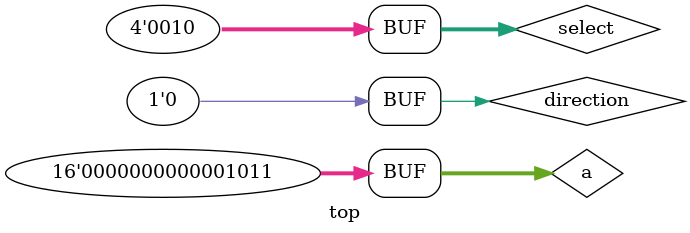
<source format=v>
`include "bshift.v"
module top;
reg [15:0]a;
reg [3:0]select;
reg direction;
wire [15:0]out;

bshift b1(a,select,direction,out);

initial begin
    a=16'd11; select=4'd2; direction=1'b0;
end

initial begin
    $monitor("a=%b   out=%b",a,out);
end
endmodule
</source>
